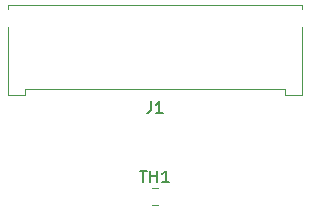
<source format=gbr>
%TF.GenerationSoftware,KiCad,Pcbnew,(6.0.0)*%
%TF.CreationDate,2022-05-14T21:45:35-04:00*%
%TF.ProjectId,V0-UmbilicalBoard,56302d55-6d62-4696-9c69-63616c426f61,rev?*%
%TF.SameCoordinates,Original*%
%TF.FileFunction,Legend,Top*%
%TF.FilePolarity,Positive*%
%FSLAX46Y46*%
G04 Gerber Fmt 4.6, Leading zero omitted, Abs format (unit mm)*
G04 Created by KiCad (PCBNEW (6.0.0)) date 2022-05-14 21:45:35*
%MOMM*%
%LPD*%
G01*
G04 APERTURE LIST*
%ADD10C,0.150000*%
%ADD11C,0.120000*%
G04 APERTURE END LIST*
D10*
%TO.C,J1*%
X99666666Y-104622380D02*
X99666666Y-105336666D01*
X99619047Y-105479523D01*
X99523809Y-105574761D01*
X99380952Y-105622380D01*
X99285714Y-105622380D01*
X100666666Y-105622380D02*
X100095238Y-105622380D01*
X100380952Y-105622380D02*
X100380952Y-104622380D01*
X100285714Y-104765238D01*
X100190476Y-104860476D01*
X100095238Y-104908095D01*
%TO.C,TH1*%
X98714285Y-110502380D02*
X99285714Y-110502380D01*
X99000000Y-111502380D02*
X99000000Y-110502380D01*
X99619047Y-111502380D02*
X99619047Y-110502380D01*
X99619047Y-110978571D02*
X100190476Y-110978571D01*
X100190476Y-111502380D02*
X100190476Y-110502380D01*
X101190476Y-111502380D02*
X100619047Y-111502380D01*
X100904761Y-111502380D02*
X100904761Y-110502380D01*
X100809523Y-110645238D01*
X100714285Y-110740476D01*
X100619047Y-110788095D01*
D11*
%TO.C,J1*%
X111015000Y-103580000D02*
X88985000Y-103580000D01*
X88985000Y-103580000D02*
X88985000Y-104080000D01*
X88985000Y-104080000D02*
X87565000Y-104080000D01*
X87565000Y-96490000D02*
X87565000Y-96800000D01*
X112435000Y-96800000D02*
X112435000Y-96490000D01*
X112435000Y-104080000D02*
X111015000Y-104080000D01*
X112435000Y-98320000D02*
X112435000Y-104080000D01*
X87565000Y-104080000D02*
X87565000Y-98320000D01*
X112435000Y-96490000D02*
X87565000Y-96490000D01*
X111015000Y-104080000D02*
X111015000Y-103580000D01*
%TO.C,TH1*%
X99772936Y-111965000D02*
X100227064Y-111965000D01*
X99772936Y-113435000D02*
X100227064Y-113435000D01*
%TD*%
M02*

</source>
